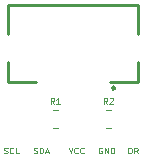
<source format=gbr>
%TF.GenerationSoftware,KiCad,Pcbnew,8.0.7*%
%TF.CreationDate,2025-01-03T17:26:32-07:00*%
%TF.ProjectId,minimal-ffc-i2c,6d696e69-6d61-46c2-9d66-66632d693263,rev?*%
%TF.SameCoordinates,Original*%
%TF.FileFunction,Legend,Top*%
%TF.FilePolarity,Positive*%
%FSLAX46Y46*%
G04 Gerber Fmt 4.6, Leading zero omitted, Abs format (unit mm)*
G04 Created by KiCad (PCBNEW 8.0.7) date 2025-01-03 17:26:32*
%MOMM*%
%LPD*%
G01*
G04 APERTURE LIST*
%ADD10C,0.125000*%
%ADD11C,0.120000*%
%ADD12C,0.254000*%
G04 APERTURE END LIST*
D10*
X114601283Y-96982309D02*
X114601283Y-96482309D01*
X114601283Y-96482309D02*
X114720331Y-96482309D01*
X114720331Y-96482309D02*
X114791759Y-96506119D01*
X114791759Y-96506119D02*
X114839378Y-96553738D01*
X114839378Y-96553738D02*
X114863188Y-96601357D01*
X114863188Y-96601357D02*
X114886997Y-96696595D01*
X114886997Y-96696595D02*
X114886997Y-96768023D01*
X114886997Y-96768023D02*
X114863188Y-96863261D01*
X114863188Y-96863261D02*
X114839378Y-96910880D01*
X114839378Y-96910880D02*
X114791759Y-96958500D01*
X114791759Y-96958500D02*
X114720331Y-96982309D01*
X114720331Y-96982309D02*
X114601283Y-96982309D01*
X115386997Y-96982309D02*
X115220331Y-96744214D01*
X115101283Y-96982309D02*
X115101283Y-96482309D01*
X115101283Y-96482309D02*
X115291759Y-96482309D01*
X115291759Y-96482309D02*
X115339378Y-96506119D01*
X115339378Y-96506119D02*
X115363188Y-96529928D01*
X115363188Y-96529928D02*
X115386997Y-96577547D01*
X115386997Y-96577547D02*
X115386997Y-96648976D01*
X115386997Y-96648976D02*
X115363188Y-96696595D01*
X115363188Y-96696595D02*
X115339378Y-96720404D01*
X115339378Y-96720404D02*
X115291759Y-96744214D01*
X115291759Y-96744214D02*
X115101283Y-96744214D01*
X112363188Y-96506119D02*
X112315569Y-96482309D01*
X112315569Y-96482309D02*
X112244140Y-96482309D01*
X112244140Y-96482309D02*
X112172712Y-96506119D01*
X112172712Y-96506119D02*
X112125093Y-96553738D01*
X112125093Y-96553738D02*
X112101283Y-96601357D01*
X112101283Y-96601357D02*
X112077474Y-96696595D01*
X112077474Y-96696595D02*
X112077474Y-96768023D01*
X112077474Y-96768023D02*
X112101283Y-96863261D01*
X112101283Y-96863261D02*
X112125093Y-96910880D01*
X112125093Y-96910880D02*
X112172712Y-96958500D01*
X112172712Y-96958500D02*
X112244140Y-96982309D01*
X112244140Y-96982309D02*
X112291759Y-96982309D01*
X112291759Y-96982309D02*
X112363188Y-96958500D01*
X112363188Y-96958500D02*
X112386997Y-96934690D01*
X112386997Y-96934690D02*
X112386997Y-96768023D01*
X112386997Y-96768023D02*
X112291759Y-96768023D01*
X112601283Y-96982309D02*
X112601283Y-96482309D01*
X112601283Y-96482309D02*
X112886997Y-96982309D01*
X112886997Y-96982309D02*
X112886997Y-96482309D01*
X113125093Y-96982309D02*
X113125093Y-96482309D01*
X113125093Y-96482309D02*
X113244141Y-96482309D01*
X113244141Y-96482309D02*
X113315569Y-96506119D01*
X113315569Y-96506119D02*
X113363188Y-96553738D01*
X113363188Y-96553738D02*
X113386998Y-96601357D01*
X113386998Y-96601357D02*
X113410807Y-96696595D01*
X113410807Y-96696595D02*
X113410807Y-96768023D01*
X113410807Y-96768023D02*
X113386998Y-96863261D01*
X113386998Y-96863261D02*
X113363188Y-96910880D01*
X113363188Y-96910880D02*
X113315569Y-96958500D01*
X113315569Y-96958500D02*
X113244141Y-96982309D01*
X113244141Y-96982309D02*
X113125093Y-96982309D01*
X109529855Y-96482309D02*
X109696521Y-96982309D01*
X109696521Y-96982309D02*
X109863188Y-96482309D01*
X110315568Y-96934690D02*
X110291759Y-96958500D01*
X110291759Y-96958500D02*
X110220330Y-96982309D01*
X110220330Y-96982309D02*
X110172711Y-96982309D01*
X110172711Y-96982309D02*
X110101283Y-96958500D01*
X110101283Y-96958500D02*
X110053664Y-96910880D01*
X110053664Y-96910880D02*
X110029854Y-96863261D01*
X110029854Y-96863261D02*
X110006045Y-96768023D01*
X110006045Y-96768023D02*
X110006045Y-96696595D01*
X110006045Y-96696595D02*
X110029854Y-96601357D01*
X110029854Y-96601357D02*
X110053664Y-96553738D01*
X110053664Y-96553738D02*
X110101283Y-96506119D01*
X110101283Y-96506119D02*
X110172711Y-96482309D01*
X110172711Y-96482309D02*
X110220330Y-96482309D01*
X110220330Y-96482309D02*
X110291759Y-96506119D01*
X110291759Y-96506119D02*
X110315568Y-96529928D01*
X110815568Y-96934690D02*
X110791759Y-96958500D01*
X110791759Y-96958500D02*
X110720330Y-96982309D01*
X110720330Y-96982309D02*
X110672711Y-96982309D01*
X110672711Y-96982309D02*
X110601283Y-96958500D01*
X110601283Y-96958500D02*
X110553664Y-96910880D01*
X110553664Y-96910880D02*
X110529854Y-96863261D01*
X110529854Y-96863261D02*
X110506045Y-96768023D01*
X110506045Y-96768023D02*
X110506045Y-96696595D01*
X110506045Y-96696595D02*
X110529854Y-96601357D01*
X110529854Y-96601357D02*
X110553664Y-96553738D01*
X110553664Y-96553738D02*
X110601283Y-96506119D01*
X110601283Y-96506119D02*
X110672711Y-96482309D01*
X110672711Y-96482309D02*
X110720330Y-96482309D01*
X110720330Y-96482309D02*
X110791759Y-96506119D01*
X110791759Y-96506119D02*
X110815568Y-96529928D01*
X106577474Y-96958500D02*
X106648902Y-96982309D01*
X106648902Y-96982309D02*
X106767950Y-96982309D01*
X106767950Y-96982309D02*
X106815569Y-96958500D01*
X106815569Y-96958500D02*
X106839378Y-96934690D01*
X106839378Y-96934690D02*
X106863188Y-96887071D01*
X106863188Y-96887071D02*
X106863188Y-96839452D01*
X106863188Y-96839452D02*
X106839378Y-96791833D01*
X106839378Y-96791833D02*
X106815569Y-96768023D01*
X106815569Y-96768023D02*
X106767950Y-96744214D01*
X106767950Y-96744214D02*
X106672712Y-96720404D01*
X106672712Y-96720404D02*
X106625093Y-96696595D01*
X106625093Y-96696595D02*
X106601283Y-96672785D01*
X106601283Y-96672785D02*
X106577474Y-96625166D01*
X106577474Y-96625166D02*
X106577474Y-96577547D01*
X106577474Y-96577547D02*
X106601283Y-96529928D01*
X106601283Y-96529928D02*
X106625093Y-96506119D01*
X106625093Y-96506119D02*
X106672712Y-96482309D01*
X106672712Y-96482309D02*
X106791759Y-96482309D01*
X106791759Y-96482309D02*
X106863188Y-96506119D01*
X107077473Y-96982309D02*
X107077473Y-96482309D01*
X107077473Y-96482309D02*
X107196521Y-96482309D01*
X107196521Y-96482309D02*
X107267949Y-96506119D01*
X107267949Y-96506119D02*
X107315568Y-96553738D01*
X107315568Y-96553738D02*
X107339378Y-96601357D01*
X107339378Y-96601357D02*
X107363187Y-96696595D01*
X107363187Y-96696595D02*
X107363187Y-96768023D01*
X107363187Y-96768023D02*
X107339378Y-96863261D01*
X107339378Y-96863261D02*
X107315568Y-96910880D01*
X107315568Y-96910880D02*
X107267949Y-96958500D01*
X107267949Y-96958500D02*
X107196521Y-96982309D01*
X107196521Y-96982309D02*
X107077473Y-96982309D01*
X107553664Y-96839452D02*
X107791759Y-96839452D01*
X107506045Y-96982309D02*
X107672711Y-96482309D01*
X107672711Y-96482309D02*
X107839378Y-96982309D01*
X104077474Y-96958500D02*
X104148902Y-96982309D01*
X104148902Y-96982309D02*
X104267950Y-96982309D01*
X104267950Y-96982309D02*
X104315569Y-96958500D01*
X104315569Y-96958500D02*
X104339378Y-96934690D01*
X104339378Y-96934690D02*
X104363188Y-96887071D01*
X104363188Y-96887071D02*
X104363188Y-96839452D01*
X104363188Y-96839452D02*
X104339378Y-96791833D01*
X104339378Y-96791833D02*
X104315569Y-96768023D01*
X104315569Y-96768023D02*
X104267950Y-96744214D01*
X104267950Y-96744214D02*
X104172712Y-96720404D01*
X104172712Y-96720404D02*
X104125093Y-96696595D01*
X104125093Y-96696595D02*
X104101283Y-96672785D01*
X104101283Y-96672785D02*
X104077474Y-96625166D01*
X104077474Y-96625166D02*
X104077474Y-96577547D01*
X104077474Y-96577547D02*
X104101283Y-96529928D01*
X104101283Y-96529928D02*
X104125093Y-96506119D01*
X104125093Y-96506119D02*
X104172712Y-96482309D01*
X104172712Y-96482309D02*
X104291759Y-96482309D01*
X104291759Y-96482309D02*
X104363188Y-96506119D01*
X104863187Y-96934690D02*
X104839378Y-96958500D01*
X104839378Y-96958500D02*
X104767949Y-96982309D01*
X104767949Y-96982309D02*
X104720330Y-96982309D01*
X104720330Y-96982309D02*
X104648902Y-96958500D01*
X104648902Y-96958500D02*
X104601283Y-96910880D01*
X104601283Y-96910880D02*
X104577473Y-96863261D01*
X104577473Y-96863261D02*
X104553664Y-96768023D01*
X104553664Y-96768023D02*
X104553664Y-96696595D01*
X104553664Y-96696595D02*
X104577473Y-96601357D01*
X104577473Y-96601357D02*
X104601283Y-96553738D01*
X104601283Y-96553738D02*
X104648902Y-96506119D01*
X104648902Y-96506119D02*
X104720330Y-96482309D01*
X104720330Y-96482309D02*
X104767949Y-96482309D01*
X104767949Y-96482309D02*
X104839378Y-96506119D01*
X104839378Y-96506119D02*
X104863187Y-96529928D01*
X105315568Y-96982309D02*
X105077473Y-96982309D01*
X105077473Y-96982309D02*
X105077473Y-96482309D01*
X108316666Y-92774809D02*
X108150000Y-92536714D01*
X108030952Y-92774809D02*
X108030952Y-92274809D01*
X108030952Y-92274809D02*
X108221428Y-92274809D01*
X108221428Y-92274809D02*
X108269047Y-92298619D01*
X108269047Y-92298619D02*
X108292857Y-92322428D01*
X108292857Y-92322428D02*
X108316666Y-92370047D01*
X108316666Y-92370047D02*
X108316666Y-92441476D01*
X108316666Y-92441476D02*
X108292857Y-92489095D01*
X108292857Y-92489095D02*
X108269047Y-92512904D01*
X108269047Y-92512904D02*
X108221428Y-92536714D01*
X108221428Y-92536714D02*
X108030952Y-92536714D01*
X108792857Y-92774809D02*
X108507143Y-92774809D01*
X108650000Y-92774809D02*
X108650000Y-92274809D01*
X108650000Y-92274809D02*
X108602381Y-92346238D01*
X108602381Y-92346238D02*
X108554762Y-92393857D01*
X108554762Y-92393857D02*
X108507143Y-92417666D01*
X112816666Y-92774809D02*
X112650000Y-92536714D01*
X112530952Y-92774809D02*
X112530952Y-92274809D01*
X112530952Y-92274809D02*
X112721428Y-92274809D01*
X112721428Y-92274809D02*
X112769047Y-92298619D01*
X112769047Y-92298619D02*
X112792857Y-92322428D01*
X112792857Y-92322428D02*
X112816666Y-92370047D01*
X112816666Y-92370047D02*
X112816666Y-92441476D01*
X112816666Y-92441476D02*
X112792857Y-92489095D01*
X112792857Y-92489095D02*
X112769047Y-92512904D01*
X112769047Y-92512904D02*
X112721428Y-92536714D01*
X112721428Y-92536714D02*
X112530952Y-92536714D01*
X113007143Y-92322428D02*
X113030952Y-92298619D01*
X113030952Y-92298619D02*
X113078571Y-92274809D01*
X113078571Y-92274809D02*
X113197619Y-92274809D01*
X113197619Y-92274809D02*
X113245238Y-92298619D01*
X113245238Y-92298619D02*
X113269047Y-92322428D01*
X113269047Y-92322428D02*
X113292857Y-92370047D01*
X113292857Y-92370047D02*
X113292857Y-92417666D01*
X113292857Y-92417666D02*
X113269047Y-92489095D01*
X113269047Y-92489095D02*
X112983333Y-92774809D01*
X112983333Y-92774809D02*
X113292857Y-92774809D01*
D11*
%TO.C,R1*%
X108172936Y-93315000D02*
X108627064Y-93315000D01*
X108172936Y-94785000D02*
X108627064Y-94785000D01*
%TO.C,R2*%
X112672936Y-93315000D02*
X113127064Y-93315000D01*
X112672936Y-94785000D02*
X113127064Y-94785000D01*
D12*
%TO.C,J2*%
X104400000Y-84441000D02*
X104400000Y-86824000D01*
X104400000Y-84441000D02*
X115400000Y-84441000D01*
X104400000Y-89275000D02*
X104400000Y-90936000D01*
X104400000Y-90936000D02*
X106769000Y-90936000D01*
X115400000Y-84441000D02*
X115400000Y-86824000D01*
X115400000Y-89275000D02*
X115400000Y-90936000D01*
X115400000Y-90936000D02*
X113031000Y-90936000D01*
X113456000Y-91444000D02*
G75*
G02*
X113202000Y-91444000I-127000J0D01*
G01*
X113202000Y-91444000D02*
G75*
G02*
X113456000Y-91444000I127000J0D01*
G01*
%TD*%
M02*

</source>
